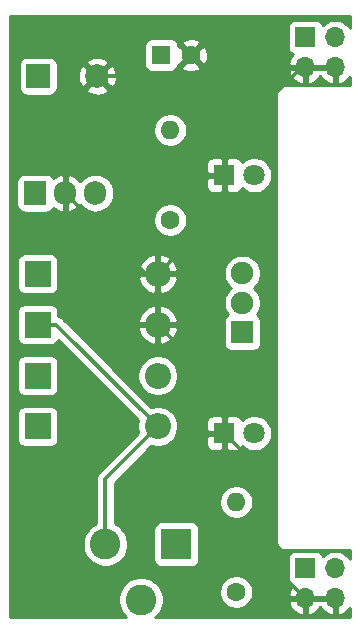
<source format=gbl>
%TF.GenerationSoftware,KiCad,Pcbnew,(5.1.6)-1*%
%TF.CreationDate,2020-06-18T13:16:41+05:30*%
%TF.ProjectId,breadboard powersupply,62726561-6462-46f6-9172-6420706f7765,V1*%
%TF.SameCoordinates,Original*%
%TF.FileFunction,Copper,L2,Bot*%
%TF.FilePolarity,Positive*%
%FSLAX46Y46*%
G04 Gerber Fmt 4.6, Leading zero omitted, Abs format (unit mm)*
G04 Created by KiCad (PCBNEW (5.1.6)-1) date 2020-06-18 13:16:41*
%MOMM*%
%LPD*%
G01*
G04 APERTURE LIST*
%TA.AperFunction,ComponentPad*%
%ADD10R,2.000000X2.000000*%
%TD*%
%TA.AperFunction,ComponentPad*%
%ADD11C,2.000000*%
%TD*%
%TA.AperFunction,ComponentPad*%
%ADD12R,1.600000X1.600000*%
%TD*%
%TA.AperFunction,ComponentPad*%
%ADD13C,1.600000*%
%TD*%
%TA.AperFunction,ComponentPad*%
%ADD14R,2.200000X2.200000*%
%TD*%
%TA.AperFunction,ComponentPad*%
%ADD15O,2.200000X2.200000*%
%TD*%
%TA.AperFunction,ComponentPad*%
%ADD16R,1.800000X1.800000*%
%TD*%
%TA.AperFunction,ComponentPad*%
%ADD17C,1.800000*%
%TD*%
%TA.AperFunction,ComponentPad*%
%ADD18R,2.600000X2.600000*%
%TD*%
%TA.AperFunction,ComponentPad*%
%ADD19C,2.600000*%
%TD*%
%TA.AperFunction,ComponentPad*%
%ADD20R,1.700000X1.700000*%
%TD*%
%TA.AperFunction,ComponentPad*%
%ADD21O,1.700000X1.700000*%
%TD*%
%TA.AperFunction,ComponentPad*%
%ADD22O,1.600000X1.600000*%
%TD*%
%TA.AperFunction,ComponentPad*%
%ADD23R,1.900000X1.900000*%
%TD*%
%TA.AperFunction,ComponentPad*%
%ADD24C,1.900000*%
%TD*%
%TA.AperFunction,ComponentPad*%
%ADD25R,1.905000X2.000000*%
%TD*%
%TA.AperFunction,ComponentPad*%
%ADD26O,1.905000X2.000000*%
%TD*%
%TA.AperFunction,Conductor*%
%ADD27C,0.300000*%
%TD*%
%TA.AperFunction,Conductor*%
%ADD28C,0.254000*%
%TD*%
G04 APERTURE END LIST*
D10*
%TO.P,C1,1*%
%TO.N,/Vin*%
X117348000Y-81280000D03*
D11*
%TO.P,C1,2*%
%TO.N,/GND*%
X122348000Y-81280000D03*
%TD*%
D12*
%TO.P,C2,1*%
%TO.N,/Vout1*%
X127762000Y-79502000D03*
D13*
%TO.P,C2,2*%
%TO.N,/GND*%
X130262000Y-79502000D03*
%TD*%
D14*
%TO.P,D1,1*%
%TO.N,/Vin*%
X117303001Y-106630001D03*
D15*
%TO.P,D1,2*%
%TO.N,Net-(D1-Pad2)*%
X127463001Y-106630001D03*
%TD*%
D14*
%TO.P,D2,1*%
%TO.N,Net-(D1-Pad2)*%
X117303001Y-98018001D03*
D15*
%TO.P,D2,2*%
%TO.N,/GND*%
X127463001Y-98018001D03*
%TD*%
%TO.P,D3,2*%
%TO.N,Net-(D3-Pad2)*%
X127463001Y-110936001D03*
D14*
%TO.P,D3,1*%
%TO.N,/Vin*%
X117303001Y-110936001D03*
%TD*%
D15*
%TO.P,D4,2*%
%TO.N,/GND*%
X127463001Y-102324001D03*
D14*
%TO.P,D4,1*%
%TO.N,Net-(D3-Pad2)*%
X117303001Y-102324001D03*
%TD*%
D16*
%TO.P,D5,1*%
%TO.N,/GND*%
X133096000Y-111506000D03*
D17*
%TO.P,D5,2*%
%TO.N,Net-(D5-Pad2)*%
X135636000Y-111506000D03*
%TD*%
%TO.P,D6,2*%
%TO.N,Net-(D6-Pad2)*%
X135636000Y-89662000D03*
D16*
%TO.P,D6,1*%
%TO.N,/GND*%
X133096000Y-89662000D03*
%TD*%
D18*
%TO.P,J1,1*%
%TO.N,Net-(D1-Pad2)*%
X129032000Y-120904000D03*
D19*
%TO.P,J1,2*%
%TO.N,Net-(D3-Pad2)*%
X123032000Y-120904000D03*
%TO.P,J1,3*%
%TO.N,Net-(J1-Pad3)*%
X126032000Y-125604000D03*
%TD*%
D20*
%TO.P,J2,1*%
%TO.N,/Vout2*%
X139954000Y-77978000D03*
D21*
%TO.P,J2,2*%
X142494000Y-77978000D03*
%TO.P,J2,3*%
%TO.N,/GND*%
X139954000Y-80518000D03*
%TO.P,J2,4*%
X142494000Y-80518000D03*
%TD*%
D20*
%TO.P,J3,1*%
%TO.N,/Vout2*%
X139954000Y-122936000D03*
D21*
%TO.P,J3,2*%
X142494000Y-122936000D03*
%TO.P,J3,3*%
%TO.N,/GND*%
X139954000Y-125476000D03*
%TO.P,J3,4*%
X142494000Y-125476000D03*
%TD*%
D13*
%TO.P,R1,1*%
%TO.N,Net-(D5-Pad2)*%
X134112000Y-124968000D03*
D22*
%TO.P,R1,2*%
%TO.N,/Vout1*%
X134112000Y-117348000D03*
%TD*%
%TO.P,R2,2*%
%TO.N,/Vout2*%
X128524000Y-85852000D03*
D13*
%TO.P,R2,1*%
%TO.N,Net-(D6-Pad2)*%
X128524000Y-93472000D03*
%TD*%
D23*
%TO.P,SW1,1*%
%TO.N,/Vout2*%
X134620000Y-102964000D03*
D24*
%TO.P,SW1,2*%
%TO.N,/Vout1*%
X134620000Y-100464000D03*
%TO.P,SW1,3*%
%TO.N,Net-(SW1-Pad3)*%
X134620000Y-97964000D03*
%TD*%
D25*
%TO.P,U1,1*%
%TO.N,/Vin*%
X117094000Y-91186000D03*
D26*
%TO.P,U1,2*%
%TO.N,/GND*%
X119634000Y-91186000D03*
%TO.P,U1,3*%
%TO.N,/Vout1*%
X122174000Y-91186000D03*
%TD*%
D27*
%TO.N,/GND*%
X142494000Y-125476000D02*
X139954000Y-125476000D01*
X139954000Y-125476000D02*
X137414000Y-122936000D01*
X137414000Y-115824000D02*
X133096000Y-111506000D01*
X137414000Y-122936000D02*
X137414000Y-115824000D01*
X133096000Y-107957000D02*
X127463001Y-102324001D01*
X133096000Y-111506000D02*
X133096000Y-107957000D01*
X127463001Y-102324001D02*
X127463001Y-98018001D01*
X133096000Y-92385002D02*
X133096000Y-89662000D01*
X127463001Y-98018001D02*
X133096000Y-92385002D01*
X139663235Y-80518000D02*
X139954000Y-80518000D01*
X133096000Y-87085235D02*
X139663235Y-80518000D01*
X133096000Y-89662000D02*
X133096000Y-87085235D01*
X139954000Y-80518000D02*
X142494000Y-80518000D01*
X133096000Y-82336000D02*
X130262000Y-79502000D01*
X133096000Y-89662000D02*
X133096000Y-82336000D01*
X127463001Y-98018001D02*
X127463001Y-95459001D01*
X126466001Y-98018001D02*
X119634000Y-91186000D01*
X127463001Y-98018001D02*
X126466001Y-98018001D01*
X119634000Y-83994000D02*
X122348000Y-81280000D01*
X119634000Y-91186000D02*
X119634000Y-83994000D01*
X128484000Y-81280000D02*
X130262000Y-79502000D01*
X122348000Y-81280000D02*
X128484000Y-81280000D01*
%TO.N,Net-(D3-Pad2)*%
X123032000Y-115367002D02*
X127463001Y-110936001D01*
X123032000Y-120904000D02*
X123032000Y-115367002D01*
X118851001Y-102324001D02*
X117303001Y-102324001D01*
X127463001Y-110936001D02*
X118851001Y-102324001D01*
%TD*%
D28*
%TO.N,/GND*%
G36*
X143739001Y-77168346D02*
G01*
X143647475Y-77031368D01*
X143440632Y-76824525D01*
X143197411Y-76662010D01*
X142927158Y-76550068D01*
X142640260Y-76493000D01*
X142347740Y-76493000D01*
X142060842Y-76550068D01*
X141790589Y-76662010D01*
X141547368Y-76824525D01*
X141415513Y-76956380D01*
X141393502Y-76883820D01*
X141334537Y-76773506D01*
X141255185Y-76676815D01*
X141158494Y-76597463D01*
X141048180Y-76538498D01*
X140928482Y-76502188D01*
X140804000Y-76489928D01*
X139104000Y-76489928D01*
X138979518Y-76502188D01*
X138859820Y-76538498D01*
X138749506Y-76597463D01*
X138652815Y-76676815D01*
X138573463Y-76773506D01*
X138514498Y-76883820D01*
X138478188Y-77003518D01*
X138465928Y-77128000D01*
X138465928Y-78828000D01*
X138478188Y-78952482D01*
X138514498Y-79072180D01*
X138573463Y-79182494D01*
X138652815Y-79279185D01*
X138749506Y-79358537D01*
X138859820Y-79417502D01*
X138940466Y-79441966D01*
X138856412Y-79517731D01*
X138682359Y-79751080D01*
X138557175Y-80013901D01*
X138512524Y-80161110D01*
X138633845Y-80391000D01*
X139827000Y-80391000D01*
X139827000Y-80371000D01*
X140081000Y-80371000D01*
X140081000Y-80391000D01*
X142367000Y-80391000D01*
X142367000Y-80371000D01*
X142621000Y-80371000D01*
X142621000Y-80391000D01*
X142641000Y-80391000D01*
X142641000Y-80645000D01*
X142621000Y-80645000D01*
X142621000Y-81838814D01*
X142850891Y-81959481D01*
X143125252Y-81862157D01*
X143375355Y-81713178D01*
X143591588Y-81518269D01*
X143739000Y-81320637D01*
X143739000Y-82017000D01*
X138208419Y-82017000D01*
X138176000Y-82013807D01*
X138143581Y-82017000D01*
X138046617Y-82026550D01*
X137922207Y-82064290D01*
X137807550Y-82125575D01*
X137707052Y-82208052D01*
X137624575Y-82308550D01*
X137563290Y-82423207D01*
X137525550Y-82547617D01*
X137512807Y-82677000D01*
X137516001Y-82709429D01*
X137516000Y-120744581D01*
X137512807Y-120777000D01*
X137525550Y-120906383D01*
X137563290Y-121030793D01*
X137624575Y-121145450D01*
X137707052Y-121245948D01*
X137807550Y-121328425D01*
X137922207Y-121389710D01*
X138046617Y-121427450D01*
X138176000Y-121440193D01*
X138208419Y-121437000D01*
X143739001Y-121437000D01*
X143739001Y-122126346D01*
X143647475Y-121989368D01*
X143440632Y-121782525D01*
X143197411Y-121620010D01*
X142927158Y-121508068D01*
X142640260Y-121451000D01*
X142347740Y-121451000D01*
X142060842Y-121508068D01*
X141790589Y-121620010D01*
X141547368Y-121782525D01*
X141415513Y-121914380D01*
X141393502Y-121841820D01*
X141334537Y-121731506D01*
X141255185Y-121634815D01*
X141158494Y-121555463D01*
X141048180Y-121496498D01*
X140928482Y-121460188D01*
X140804000Y-121447928D01*
X139104000Y-121447928D01*
X138979518Y-121460188D01*
X138859820Y-121496498D01*
X138749506Y-121555463D01*
X138652815Y-121634815D01*
X138573463Y-121731506D01*
X138514498Y-121841820D01*
X138478188Y-121961518D01*
X138465928Y-122086000D01*
X138465928Y-123786000D01*
X138478188Y-123910482D01*
X138514498Y-124030180D01*
X138573463Y-124140494D01*
X138652815Y-124237185D01*
X138749506Y-124316537D01*
X138859820Y-124375502D01*
X138940466Y-124399966D01*
X138856412Y-124475731D01*
X138682359Y-124709080D01*
X138557175Y-124971901D01*
X138512524Y-125119110D01*
X138633845Y-125349000D01*
X139827000Y-125349000D01*
X139827000Y-125329000D01*
X140081000Y-125329000D01*
X140081000Y-125349000D01*
X142367000Y-125349000D01*
X142367000Y-125329000D01*
X142621000Y-125329000D01*
X142621000Y-125349000D01*
X142641000Y-125349000D01*
X142641000Y-125603000D01*
X142621000Y-125603000D01*
X142621000Y-126796814D01*
X142850891Y-126917481D01*
X143125252Y-126820157D01*
X143375355Y-126671178D01*
X143591588Y-126476269D01*
X143739000Y-126278637D01*
X143739000Y-127102000D01*
X127270504Y-127102000D01*
X127535013Y-126837491D01*
X127746775Y-126520566D01*
X127892639Y-126168419D01*
X127967000Y-125794581D01*
X127967000Y-125413419D01*
X127892639Y-125039581D01*
X127804447Y-124826665D01*
X132677000Y-124826665D01*
X132677000Y-125109335D01*
X132732147Y-125386574D01*
X132840320Y-125647727D01*
X132997363Y-125882759D01*
X133197241Y-126082637D01*
X133432273Y-126239680D01*
X133693426Y-126347853D01*
X133970665Y-126403000D01*
X134253335Y-126403000D01*
X134530574Y-126347853D01*
X134791727Y-126239680D01*
X135026759Y-126082637D01*
X135226637Y-125882759D01*
X135259958Y-125832890D01*
X138512524Y-125832890D01*
X138557175Y-125980099D01*
X138682359Y-126242920D01*
X138856412Y-126476269D01*
X139072645Y-126671178D01*
X139322748Y-126820157D01*
X139597109Y-126917481D01*
X139827000Y-126796814D01*
X139827000Y-125603000D01*
X140081000Y-125603000D01*
X140081000Y-126796814D01*
X140310891Y-126917481D01*
X140585252Y-126820157D01*
X140835355Y-126671178D01*
X141051588Y-126476269D01*
X141224000Y-126245120D01*
X141396412Y-126476269D01*
X141612645Y-126671178D01*
X141862748Y-126820157D01*
X142137109Y-126917481D01*
X142367000Y-126796814D01*
X142367000Y-125603000D01*
X140081000Y-125603000D01*
X139827000Y-125603000D01*
X138633845Y-125603000D01*
X138512524Y-125832890D01*
X135259958Y-125832890D01*
X135383680Y-125647727D01*
X135491853Y-125386574D01*
X135547000Y-125109335D01*
X135547000Y-124826665D01*
X135491853Y-124549426D01*
X135383680Y-124288273D01*
X135226637Y-124053241D01*
X135026759Y-123853363D01*
X134791727Y-123696320D01*
X134530574Y-123588147D01*
X134253335Y-123533000D01*
X133970665Y-123533000D01*
X133693426Y-123588147D01*
X133432273Y-123696320D01*
X133197241Y-123853363D01*
X132997363Y-124053241D01*
X132840320Y-124288273D01*
X132732147Y-124549426D01*
X132677000Y-124826665D01*
X127804447Y-124826665D01*
X127746775Y-124687434D01*
X127535013Y-124370509D01*
X127265491Y-124100987D01*
X126948566Y-123889225D01*
X126596419Y-123743361D01*
X126222581Y-123669000D01*
X125841419Y-123669000D01*
X125467581Y-123743361D01*
X125115434Y-123889225D01*
X124798509Y-124100987D01*
X124528987Y-124370509D01*
X124317225Y-124687434D01*
X124171361Y-125039581D01*
X124097000Y-125413419D01*
X124097000Y-125794581D01*
X124171361Y-126168419D01*
X124317225Y-126520566D01*
X124528987Y-126837491D01*
X124793496Y-127102000D01*
X114960000Y-127102000D01*
X114960000Y-109836001D01*
X115564929Y-109836001D01*
X115564929Y-112036001D01*
X115577189Y-112160483D01*
X115613499Y-112280181D01*
X115672464Y-112390495D01*
X115751816Y-112487186D01*
X115848507Y-112566538D01*
X115958821Y-112625503D01*
X116078519Y-112661813D01*
X116203001Y-112674073D01*
X118403001Y-112674073D01*
X118527483Y-112661813D01*
X118647181Y-112625503D01*
X118757495Y-112566538D01*
X118854186Y-112487186D01*
X118933538Y-112390495D01*
X118992503Y-112280181D01*
X119028813Y-112160483D01*
X119041073Y-112036001D01*
X119041073Y-109836001D01*
X119028813Y-109711519D01*
X118992503Y-109591821D01*
X118933538Y-109481507D01*
X118854186Y-109384816D01*
X118757495Y-109305464D01*
X118647181Y-109246499D01*
X118527483Y-109210189D01*
X118403001Y-109197929D01*
X116203001Y-109197929D01*
X116078519Y-109210189D01*
X115958821Y-109246499D01*
X115848507Y-109305464D01*
X115751816Y-109384816D01*
X115672464Y-109481507D01*
X115613499Y-109591821D01*
X115577189Y-109711519D01*
X115564929Y-109836001D01*
X114960000Y-109836001D01*
X114960000Y-105530001D01*
X115564929Y-105530001D01*
X115564929Y-107730001D01*
X115577189Y-107854483D01*
X115613499Y-107974181D01*
X115672464Y-108084495D01*
X115751816Y-108181186D01*
X115848507Y-108260538D01*
X115958821Y-108319503D01*
X116078519Y-108355813D01*
X116203001Y-108368073D01*
X118403001Y-108368073D01*
X118527483Y-108355813D01*
X118647181Y-108319503D01*
X118757495Y-108260538D01*
X118854186Y-108181186D01*
X118933538Y-108084495D01*
X118992503Y-107974181D01*
X119028813Y-107854483D01*
X119041073Y-107730001D01*
X119041073Y-105530001D01*
X119028813Y-105405519D01*
X118992503Y-105285821D01*
X118933538Y-105175507D01*
X118854186Y-105078816D01*
X118757495Y-104999464D01*
X118647181Y-104940499D01*
X118527483Y-104904189D01*
X118403001Y-104891929D01*
X116203001Y-104891929D01*
X116078519Y-104904189D01*
X115958821Y-104940499D01*
X115848507Y-104999464D01*
X115751816Y-105078816D01*
X115672464Y-105175507D01*
X115613499Y-105285821D01*
X115577189Y-105405519D01*
X115564929Y-105530001D01*
X114960000Y-105530001D01*
X114960000Y-101224001D01*
X115564929Y-101224001D01*
X115564929Y-103424001D01*
X115577189Y-103548483D01*
X115613499Y-103668181D01*
X115672464Y-103778495D01*
X115751816Y-103875186D01*
X115848507Y-103954538D01*
X115958821Y-104013503D01*
X116078519Y-104049813D01*
X116203001Y-104062073D01*
X118403001Y-104062073D01*
X118527483Y-104049813D01*
X118647181Y-104013503D01*
X118757495Y-103954538D01*
X118854186Y-103875186D01*
X118933538Y-103778495D01*
X118992503Y-103668181D01*
X119014037Y-103597194D01*
X125809932Y-110393090D01*
X125794676Y-110429920D01*
X125728001Y-110765118D01*
X125728001Y-111106884D01*
X125794676Y-111442082D01*
X125809932Y-111478913D01*
X122504185Y-114784660D01*
X122474237Y-114809238D01*
X122449659Y-114839186D01*
X122449655Y-114839190D01*
X122416690Y-114879358D01*
X122376139Y-114928769D01*
X122337177Y-115001662D01*
X122303246Y-115065143D01*
X122258359Y-115213116D01*
X122243203Y-115367002D01*
X122247001Y-115405565D01*
X122247000Y-119134728D01*
X122115434Y-119189225D01*
X121798509Y-119400987D01*
X121528987Y-119670509D01*
X121317225Y-119987434D01*
X121171361Y-120339581D01*
X121097000Y-120713419D01*
X121097000Y-121094581D01*
X121171361Y-121468419D01*
X121317225Y-121820566D01*
X121528987Y-122137491D01*
X121798509Y-122407013D01*
X122115434Y-122618775D01*
X122467581Y-122764639D01*
X122841419Y-122839000D01*
X123222581Y-122839000D01*
X123596419Y-122764639D01*
X123948566Y-122618775D01*
X124265491Y-122407013D01*
X124535013Y-122137491D01*
X124746775Y-121820566D01*
X124892639Y-121468419D01*
X124967000Y-121094581D01*
X124967000Y-120713419D01*
X124892639Y-120339581D01*
X124746775Y-119987434D01*
X124535013Y-119670509D01*
X124468504Y-119604000D01*
X127093928Y-119604000D01*
X127093928Y-122204000D01*
X127106188Y-122328482D01*
X127142498Y-122448180D01*
X127201463Y-122558494D01*
X127280815Y-122655185D01*
X127377506Y-122734537D01*
X127487820Y-122793502D01*
X127607518Y-122829812D01*
X127732000Y-122842072D01*
X130332000Y-122842072D01*
X130456482Y-122829812D01*
X130576180Y-122793502D01*
X130686494Y-122734537D01*
X130783185Y-122655185D01*
X130862537Y-122558494D01*
X130921502Y-122448180D01*
X130957812Y-122328482D01*
X130970072Y-122204000D01*
X130970072Y-119604000D01*
X130957812Y-119479518D01*
X130921502Y-119359820D01*
X130862537Y-119249506D01*
X130783185Y-119152815D01*
X130686494Y-119073463D01*
X130576180Y-119014498D01*
X130456482Y-118978188D01*
X130332000Y-118965928D01*
X127732000Y-118965928D01*
X127607518Y-118978188D01*
X127487820Y-119014498D01*
X127377506Y-119073463D01*
X127280815Y-119152815D01*
X127201463Y-119249506D01*
X127142498Y-119359820D01*
X127106188Y-119479518D01*
X127093928Y-119604000D01*
X124468504Y-119604000D01*
X124265491Y-119400987D01*
X123948566Y-119189225D01*
X123817000Y-119134729D01*
X123817000Y-117206665D01*
X132677000Y-117206665D01*
X132677000Y-117489335D01*
X132732147Y-117766574D01*
X132840320Y-118027727D01*
X132997363Y-118262759D01*
X133197241Y-118462637D01*
X133432273Y-118619680D01*
X133693426Y-118727853D01*
X133970665Y-118783000D01*
X134253335Y-118783000D01*
X134530574Y-118727853D01*
X134791727Y-118619680D01*
X135026759Y-118462637D01*
X135226637Y-118262759D01*
X135383680Y-118027727D01*
X135491853Y-117766574D01*
X135547000Y-117489335D01*
X135547000Y-117206665D01*
X135491853Y-116929426D01*
X135383680Y-116668273D01*
X135226637Y-116433241D01*
X135026759Y-116233363D01*
X134791727Y-116076320D01*
X134530574Y-115968147D01*
X134253335Y-115913000D01*
X133970665Y-115913000D01*
X133693426Y-115968147D01*
X133432273Y-116076320D01*
X133197241Y-116233363D01*
X132997363Y-116433241D01*
X132840320Y-116668273D01*
X132732147Y-116929426D01*
X132677000Y-117206665D01*
X123817000Y-117206665D01*
X123817000Y-115692159D01*
X126920089Y-112589070D01*
X126956920Y-112604326D01*
X127292118Y-112671001D01*
X127633884Y-112671001D01*
X127969082Y-112604326D01*
X128284832Y-112473538D01*
X128385909Y-112406000D01*
X131557928Y-112406000D01*
X131570188Y-112530482D01*
X131606498Y-112650180D01*
X131665463Y-112760494D01*
X131744815Y-112857185D01*
X131841506Y-112936537D01*
X131951820Y-112995502D01*
X132071518Y-113031812D01*
X132196000Y-113044072D01*
X132810250Y-113041000D01*
X132969000Y-112882250D01*
X132969000Y-111633000D01*
X131719750Y-111633000D01*
X131561000Y-111791750D01*
X131557928Y-112406000D01*
X128385909Y-112406000D01*
X128568999Y-112283664D01*
X128810664Y-112041999D01*
X129000538Y-111757832D01*
X129131326Y-111442082D01*
X129198001Y-111106884D01*
X129198001Y-110765118D01*
X129166351Y-110606000D01*
X131557928Y-110606000D01*
X131561000Y-111220250D01*
X131719750Y-111379000D01*
X132969000Y-111379000D01*
X132969000Y-110129750D01*
X133223000Y-110129750D01*
X133223000Y-111379000D01*
X133243000Y-111379000D01*
X133243000Y-111633000D01*
X133223000Y-111633000D01*
X133223000Y-112882250D01*
X133381750Y-113041000D01*
X133996000Y-113044072D01*
X134120482Y-113031812D01*
X134240180Y-112995502D01*
X134350494Y-112936537D01*
X134447185Y-112857185D01*
X134526537Y-112760494D01*
X134585502Y-112650180D01*
X134591056Y-112631873D01*
X134657495Y-112698312D01*
X134908905Y-112866299D01*
X135188257Y-112982011D01*
X135484816Y-113041000D01*
X135787184Y-113041000D01*
X136083743Y-112982011D01*
X136363095Y-112866299D01*
X136614505Y-112698312D01*
X136828312Y-112484505D01*
X136996299Y-112233095D01*
X137112011Y-111953743D01*
X137171000Y-111657184D01*
X137171000Y-111354816D01*
X137112011Y-111058257D01*
X136996299Y-110778905D01*
X136828312Y-110527495D01*
X136614505Y-110313688D01*
X136363095Y-110145701D01*
X136083743Y-110029989D01*
X135787184Y-109971000D01*
X135484816Y-109971000D01*
X135188257Y-110029989D01*
X134908905Y-110145701D01*
X134657495Y-110313688D01*
X134591056Y-110380127D01*
X134585502Y-110361820D01*
X134526537Y-110251506D01*
X134447185Y-110154815D01*
X134350494Y-110075463D01*
X134240180Y-110016498D01*
X134120482Y-109980188D01*
X133996000Y-109967928D01*
X133381750Y-109971000D01*
X133223000Y-110129750D01*
X132969000Y-110129750D01*
X132810250Y-109971000D01*
X132196000Y-109967928D01*
X132071518Y-109980188D01*
X131951820Y-110016498D01*
X131841506Y-110075463D01*
X131744815Y-110154815D01*
X131665463Y-110251506D01*
X131606498Y-110361820D01*
X131570188Y-110481518D01*
X131557928Y-110606000D01*
X129166351Y-110606000D01*
X129131326Y-110429920D01*
X129000538Y-110114170D01*
X128810664Y-109830003D01*
X128568999Y-109588338D01*
X128284832Y-109398464D01*
X127969082Y-109267676D01*
X127633884Y-109201001D01*
X127292118Y-109201001D01*
X126956920Y-109267676D01*
X126920090Y-109282932D01*
X124096276Y-106459118D01*
X125728001Y-106459118D01*
X125728001Y-106800884D01*
X125794676Y-107136082D01*
X125925464Y-107451832D01*
X126115338Y-107735999D01*
X126357003Y-107977664D01*
X126641170Y-108167538D01*
X126956920Y-108298326D01*
X127292118Y-108365001D01*
X127633884Y-108365001D01*
X127969082Y-108298326D01*
X128284832Y-108167538D01*
X128568999Y-107977664D01*
X128810664Y-107735999D01*
X129000538Y-107451832D01*
X129131326Y-107136082D01*
X129198001Y-106800884D01*
X129198001Y-106459118D01*
X129131326Y-106123920D01*
X129000538Y-105808170D01*
X128810664Y-105524003D01*
X128568999Y-105282338D01*
X128284832Y-105092464D01*
X127969082Y-104961676D01*
X127633884Y-104895001D01*
X127292118Y-104895001D01*
X126956920Y-104961676D01*
X126641170Y-105092464D01*
X126357003Y-105282338D01*
X126115338Y-105524003D01*
X125925464Y-105808170D01*
X125794676Y-106123920D01*
X125728001Y-106459118D01*
X124096276Y-106459118D01*
X120357281Y-102720123D01*
X125773826Y-102720123D01*
X125838426Y-102933095D01*
X125988470Y-103238330D01*
X126195179Y-103508428D01*
X126450610Y-103733009D01*
X126744947Y-103903443D01*
X127066878Y-104013180D01*
X127336001Y-103895601D01*
X127336001Y-102451001D01*
X127590001Y-102451001D01*
X127590001Y-103895601D01*
X127859124Y-104013180D01*
X128181055Y-103903443D01*
X128475392Y-103733009D01*
X128730823Y-103508428D01*
X128937532Y-103238330D01*
X129087576Y-102933095D01*
X129152176Y-102720123D01*
X129034126Y-102451001D01*
X127590001Y-102451001D01*
X127336001Y-102451001D01*
X125891876Y-102451001D01*
X125773826Y-102720123D01*
X120357281Y-102720123D01*
X119565037Y-101927879D01*
X125773826Y-101927879D01*
X125891876Y-102197001D01*
X127336001Y-102197001D01*
X127336001Y-100752401D01*
X127590001Y-100752401D01*
X127590001Y-102197001D01*
X129034126Y-102197001D01*
X129114399Y-102014000D01*
X133031928Y-102014000D01*
X133031928Y-103914000D01*
X133044188Y-104038482D01*
X133080498Y-104158180D01*
X133139463Y-104268494D01*
X133218815Y-104365185D01*
X133315506Y-104444537D01*
X133425820Y-104503502D01*
X133545518Y-104539812D01*
X133670000Y-104552072D01*
X135570000Y-104552072D01*
X135694482Y-104539812D01*
X135814180Y-104503502D01*
X135924494Y-104444537D01*
X136021185Y-104365185D01*
X136100537Y-104268494D01*
X136159502Y-104158180D01*
X136195812Y-104038482D01*
X136208072Y-103914000D01*
X136208072Y-102014000D01*
X136195812Y-101889518D01*
X136159502Y-101769820D01*
X136100537Y-101659506D01*
X136021185Y-101562815D01*
X135924494Y-101483463D01*
X135865979Y-101452186D01*
X136024609Y-101214779D01*
X136144089Y-100926327D01*
X136205000Y-100620109D01*
X136205000Y-100307891D01*
X136144089Y-100001673D01*
X136024609Y-99713221D01*
X135851150Y-99453621D01*
X135630379Y-99232850D01*
X135602168Y-99214000D01*
X135630379Y-99195150D01*
X135851150Y-98974379D01*
X136024609Y-98714779D01*
X136144089Y-98426327D01*
X136205000Y-98120109D01*
X136205000Y-97807891D01*
X136144089Y-97501673D01*
X136024609Y-97213221D01*
X135851150Y-96953621D01*
X135630379Y-96732850D01*
X135370779Y-96559391D01*
X135082327Y-96439911D01*
X134776109Y-96379000D01*
X134463891Y-96379000D01*
X134157673Y-96439911D01*
X133869221Y-96559391D01*
X133609621Y-96732850D01*
X133388850Y-96953621D01*
X133215391Y-97213221D01*
X133095911Y-97501673D01*
X133035000Y-97807891D01*
X133035000Y-98120109D01*
X133095911Y-98426327D01*
X133215391Y-98714779D01*
X133388850Y-98974379D01*
X133609621Y-99195150D01*
X133637832Y-99214000D01*
X133609621Y-99232850D01*
X133388850Y-99453621D01*
X133215391Y-99713221D01*
X133095911Y-100001673D01*
X133035000Y-100307891D01*
X133035000Y-100620109D01*
X133095911Y-100926327D01*
X133215391Y-101214779D01*
X133374021Y-101452186D01*
X133315506Y-101483463D01*
X133218815Y-101562815D01*
X133139463Y-101659506D01*
X133080498Y-101769820D01*
X133044188Y-101889518D01*
X133031928Y-102014000D01*
X129114399Y-102014000D01*
X129152176Y-101927879D01*
X129087576Y-101714907D01*
X128937532Y-101409672D01*
X128730823Y-101139574D01*
X128475392Y-100914993D01*
X128181055Y-100744559D01*
X127859124Y-100634822D01*
X127590001Y-100752401D01*
X127336001Y-100752401D01*
X127066878Y-100634822D01*
X126744947Y-100744559D01*
X126450610Y-100914993D01*
X126195179Y-101139574D01*
X125988470Y-101409672D01*
X125838426Y-101714907D01*
X125773826Y-101927879D01*
X119565037Y-101927879D01*
X119433348Y-101796191D01*
X119408765Y-101766237D01*
X119289234Y-101668139D01*
X119152861Y-101595247D01*
X119041073Y-101561337D01*
X119041073Y-101224001D01*
X119028813Y-101099519D01*
X118992503Y-100979821D01*
X118933538Y-100869507D01*
X118854186Y-100772816D01*
X118757495Y-100693464D01*
X118647181Y-100634499D01*
X118527483Y-100598189D01*
X118403001Y-100585929D01*
X116203001Y-100585929D01*
X116078519Y-100598189D01*
X115958821Y-100634499D01*
X115848507Y-100693464D01*
X115751816Y-100772816D01*
X115672464Y-100869507D01*
X115613499Y-100979821D01*
X115577189Y-101099519D01*
X115564929Y-101224001D01*
X114960000Y-101224001D01*
X114960000Y-96918001D01*
X115564929Y-96918001D01*
X115564929Y-99118001D01*
X115577189Y-99242483D01*
X115613499Y-99362181D01*
X115672464Y-99472495D01*
X115751816Y-99569186D01*
X115848507Y-99648538D01*
X115958821Y-99707503D01*
X116078519Y-99743813D01*
X116203001Y-99756073D01*
X118403001Y-99756073D01*
X118527483Y-99743813D01*
X118647181Y-99707503D01*
X118757495Y-99648538D01*
X118854186Y-99569186D01*
X118933538Y-99472495D01*
X118992503Y-99362181D01*
X119028813Y-99242483D01*
X119041073Y-99118001D01*
X119041073Y-98414123D01*
X125773826Y-98414123D01*
X125838426Y-98627095D01*
X125988470Y-98932330D01*
X126195179Y-99202428D01*
X126450610Y-99427009D01*
X126744947Y-99597443D01*
X127066878Y-99707180D01*
X127336001Y-99589601D01*
X127336001Y-98145001D01*
X127590001Y-98145001D01*
X127590001Y-99589601D01*
X127859124Y-99707180D01*
X128181055Y-99597443D01*
X128475392Y-99427009D01*
X128730823Y-99202428D01*
X128937532Y-98932330D01*
X129087576Y-98627095D01*
X129152176Y-98414123D01*
X129034126Y-98145001D01*
X127590001Y-98145001D01*
X127336001Y-98145001D01*
X125891876Y-98145001D01*
X125773826Y-98414123D01*
X119041073Y-98414123D01*
X119041073Y-97621879D01*
X125773826Y-97621879D01*
X125891876Y-97891001D01*
X127336001Y-97891001D01*
X127336001Y-96446401D01*
X127590001Y-96446401D01*
X127590001Y-97891001D01*
X129034126Y-97891001D01*
X129152176Y-97621879D01*
X129087576Y-97408907D01*
X128937532Y-97103672D01*
X128730823Y-96833574D01*
X128475392Y-96608993D01*
X128181055Y-96438559D01*
X127859124Y-96328822D01*
X127590001Y-96446401D01*
X127336001Y-96446401D01*
X127066878Y-96328822D01*
X126744947Y-96438559D01*
X126450610Y-96608993D01*
X126195179Y-96833574D01*
X125988470Y-97103672D01*
X125838426Y-97408907D01*
X125773826Y-97621879D01*
X119041073Y-97621879D01*
X119041073Y-96918001D01*
X119028813Y-96793519D01*
X118992503Y-96673821D01*
X118933538Y-96563507D01*
X118854186Y-96466816D01*
X118757495Y-96387464D01*
X118647181Y-96328499D01*
X118527483Y-96292189D01*
X118403001Y-96279929D01*
X116203001Y-96279929D01*
X116078519Y-96292189D01*
X115958821Y-96328499D01*
X115848507Y-96387464D01*
X115751816Y-96466816D01*
X115672464Y-96563507D01*
X115613499Y-96673821D01*
X115577189Y-96793519D01*
X115564929Y-96918001D01*
X114960000Y-96918001D01*
X114960000Y-93330665D01*
X127089000Y-93330665D01*
X127089000Y-93613335D01*
X127144147Y-93890574D01*
X127252320Y-94151727D01*
X127409363Y-94386759D01*
X127609241Y-94586637D01*
X127844273Y-94743680D01*
X128105426Y-94851853D01*
X128382665Y-94907000D01*
X128665335Y-94907000D01*
X128942574Y-94851853D01*
X129203727Y-94743680D01*
X129438759Y-94586637D01*
X129638637Y-94386759D01*
X129795680Y-94151727D01*
X129903853Y-93890574D01*
X129959000Y-93613335D01*
X129959000Y-93330665D01*
X129903853Y-93053426D01*
X129795680Y-92792273D01*
X129638637Y-92557241D01*
X129438759Y-92357363D01*
X129203727Y-92200320D01*
X128942574Y-92092147D01*
X128665335Y-92037000D01*
X128382665Y-92037000D01*
X128105426Y-92092147D01*
X127844273Y-92200320D01*
X127609241Y-92357363D01*
X127409363Y-92557241D01*
X127252320Y-92792273D01*
X127144147Y-93053426D01*
X127089000Y-93330665D01*
X114960000Y-93330665D01*
X114960000Y-90186000D01*
X115503428Y-90186000D01*
X115503428Y-92186000D01*
X115515688Y-92310482D01*
X115551998Y-92430180D01*
X115610963Y-92540494D01*
X115690315Y-92637185D01*
X115787006Y-92716537D01*
X115897320Y-92775502D01*
X116017018Y-92811812D01*
X116141500Y-92824072D01*
X118046500Y-92824072D01*
X118170982Y-92811812D01*
X118290680Y-92775502D01*
X118400994Y-92716537D01*
X118497685Y-92637185D01*
X118577037Y-92540494D01*
X118626059Y-92448781D01*
X118767077Y-92561969D01*
X119042906Y-92705571D01*
X119261020Y-92776563D01*
X119507000Y-92656594D01*
X119507000Y-91313000D01*
X119487000Y-91313000D01*
X119487000Y-91059000D01*
X119507000Y-91059000D01*
X119507000Y-89715406D01*
X119761000Y-89715406D01*
X119761000Y-91059000D01*
X119781000Y-91059000D01*
X119781000Y-91313000D01*
X119761000Y-91313000D01*
X119761000Y-92656594D01*
X120006980Y-92776563D01*
X120225094Y-92705571D01*
X120500923Y-92561969D01*
X120743437Y-92367315D01*
X120898837Y-92182101D01*
X121046037Y-92361463D01*
X121287766Y-92559845D01*
X121563552Y-92707255D01*
X121862797Y-92798030D01*
X122174000Y-92828681D01*
X122485204Y-92798030D01*
X122784449Y-92707255D01*
X123060235Y-92559845D01*
X123301963Y-92361463D01*
X123500345Y-92119734D01*
X123647755Y-91843948D01*
X123738530Y-91544703D01*
X123761500Y-91311485D01*
X123761500Y-91060514D01*
X123738530Y-90827296D01*
X123658054Y-90562000D01*
X131557928Y-90562000D01*
X131570188Y-90686482D01*
X131606498Y-90806180D01*
X131665463Y-90916494D01*
X131744815Y-91013185D01*
X131841506Y-91092537D01*
X131951820Y-91151502D01*
X132071518Y-91187812D01*
X132196000Y-91200072D01*
X132810250Y-91197000D01*
X132969000Y-91038250D01*
X132969000Y-89789000D01*
X131719750Y-89789000D01*
X131561000Y-89947750D01*
X131557928Y-90562000D01*
X123658054Y-90562000D01*
X123647755Y-90528051D01*
X123500345Y-90252265D01*
X123301963Y-90010537D01*
X123060234Y-89812155D01*
X122784448Y-89664745D01*
X122485203Y-89573970D01*
X122174000Y-89543319D01*
X121862796Y-89573970D01*
X121563551Y-89664745D01*
X121287765Y-89812155D01*
X121046037Y-90010537D01*
X120898838Y-90189900D01*
X120743437Y-90004685D01*
X120500923Y-89810031D01*
X120225094Y-89666429D01*
X120006980Y-89595437D01*
X119761000Y-89715406D01*
X119507000Y-89715406D01*
X119261020Y-89595437D01*
X119042906Y-89666429D01*
X118767077Y-89810031D01*
X118626059Y-89923219D01*
X118577037Y-89831506D01*
X118497685Y-89734815D01*
X118400994Y-89655463D01*
X118290680Y-89596498D01*
X118170982Y-89560188D01*
X118046500Y-89547928D01*
X116141500Y-89547928D01*
X116017018Y-89560188D01*
X115897320Y-89596498D01*
X115787006Y-89655463D01*
X115690315Y-89734815D01*
X115610963Y-89831506D01*
X115551998Y-89941820D01*
X115515688Y-90061518D01*
X115503428Y-90186000D01*
X114960000Y-90186000D01*
X114960000Y-88762000D01*
X131557928Y-88762000D01*
X131561000Y-89376250D01*
X131719750Y-89535000D01*
X132969000Y-89535000D01*
X132969000Y-88285750D01*
X133223000Y-88285750D01*
X133223000Y-89535000D01*
X133243000Y-89535000D01*
X133243000Y-89789000D01*
X133223000Y-89789000D01*
X133223000Y-91038250D01*
X133381750Y-91197000D01*
X133996000Y-91200072D01*
X134120482Y-91187812D01*
X134240180Y-91151502D01*
X134350494Y-91092537D01*
X134447185Y-91013185D01*
X134526537Y-90916494D01*
X134585502Y-90806180D01*
X134591056Y-90787873D01*
X134657495Y-90854312D01*
X134908905Y-91022299D01*
X135188257Y-91138011D01*
X135484816Y-91197000D01*
X135787184Y-91197000D01*
X136083743Y-91138011D01*
X136363095Y-91022299D01*
X136614505Y-90854312D01*
X136828312Y-90640505D01*
X136996299Y-90389095D01*
X137112011Y-90109743D01*
X137171000Y-89813184D01*
X137171000Y-89510816D01*
X137112011Y-89214257D01*
X136996299Y-88934905D01*
X136828312Y-88683495D01*
X136614505Y-88469688D01*
X136363095Y-88301701D01*
X136083743Y-88185989D01*
X135787184Y-88127000D01*
X135484816Y-88127000D01*
X135188257Y-88185989D01*
X134908905Y-88301701D01*
X134657495Y-88469688D01*
X134591056Y-88536127D01*
X134585502Y-88517820D01*
X134526537Y-88407506D01*
X134447185Y-88310815D01*
X134350494Y-88231463D01*
X134240180Y-88172498D01*
X134120482Y-88136188D01*
X133996000Y-88123928D01*
X133381750Y-88127000D01*
X133223000Y-88285750D01*
X132969000Y-88285750D01*
X132810250Y-88127000D01*
X132196000Y-88123928D01*
X132071518Y-88136188D01*
X131951820Y-88172498D01*
X131841506Y-88231463D01*
X131744815Y-88310815D01*
X131665463Y-88407506D01*
X131606498Y-88517820D01*
X131570188Y-88637518D01*
X131557928Y-88762000D01*
X114960000Y-88762000D01*
X114960000Y-85710665D01*
X127089000Y-85710665D01*
X127089000Y-85993335D01*
X127144147Y-86270574D01*
X127252320Y-86531727D01*
X127409363Y-86766759D01*
X127609241Y-86966637D01*
X127844273Y-87123680D01*
X128105426Y-87231853D01*
X128382665Y-87287000D01*
X128665335Y-87287000D01*
X128942574Y-87231853D01*
X129203727Y-87123680D01*
X129438759Y-86966637D01*
X129638637Y-86766759D01*
X129795680Y-86531727D01*
X129903853Y-86270574D01*
X129959000Y-85993335D01*
X129959000Y-85710665D01*
X129903853Y-85433426D01*
X129795680Y-85172273D01*
X129638637Y-84937241D01*
X129438759Y-84737363D01*
X129203727Y-84580320D01*
X128942574Y-84472147D01*
X128665335Y-84417000D01*
X128382665Y-84417000D01*
X128105426Y-84472147D01*
X127844273Y-84580320D01*
X127609241Y-84737363D01*
X127409363Y-84937241D01*
X127252320Y-85172273D01*
X127144147Y-85433426D01*
X127089000Y-85710665D01*
X114960000Y-85710665D01*
X114960000Y-80280000D01*
X115709928Y-80280000D01*
X115709928Y-82280000D01*
X115722188Y-82404482D01*
X115758498Y-82524180D01*
X115817463Y-82634494D01*
X115896815Y-82731185D01*
X115993506Y-82810537D01*
X116103820Y-82869502D01*
X116223518Y-82905812D01*
X116348000Y-82918072D01*
X118348000Y-82918072D01*
X118472482Y-82905812D01*
X118592180Y-82869502D01*
X118702494Y-82810537D01*
X118799185Y-82731185D01*
X118878537Y-82634494D01*
X118937502Y-82524180D01*
X118970496Y-82415413D01*
X121392192Y-82415413D01*
X121487956Y-82679814D01*
X121777571Y-82820704D01*
X122089108Y-82902384D01*
X122410595Y-82921718D01*
X122729675Y-82877961D01*
X123034088Y-82772795D01*
X123208044Y-82679814D01*
X123303808Y-82415413D01*
X122348000Y-81459605D01*
X121392192Y-82415413D01*
X118970496Y-82415413D01*
X118973812Y-82404482D01*
X118986072Y-82280000D01*
X118986072Y-81342595D01*
X120706282Y-81342595D01*
X120750039Y-81661675D01*
X120855205Y-81966088D01*
X120948186Y-82140044D01*
X121212587Y-82235808D01*
X122168395Y-81280000D01*
X122527605Y-81280000D01*
X123483413Y-82235808D01*
X123747814Y-82140044D01*
X123888704Y-81850429D01*
X123970384Y-81538892D01*
X123989718Y-81217405D01*
X123945961Y-80898325D01*
X123840795Y-80593912D01*
X123747814Y-80419956D01*
X123483413Y-80324192D01*
X122527605Y-81280000D01*
X122168395Y-81280000D01*
X121212587Y-80324192D01*
X120948186Y-80419956D01*
X120807296Y-80709571D01*
X120725616Y-81021108D01*
X120706282Y-81342595D01*
X118986072Y-81342595D01*
X118986072Y-80280000D01*
X118973812Y-80155518D01*
X118970497Y-80144587D01*
X121392192Y-80144587D01*
X122348000Y-81100395D01*
X123303808Y-80144587D01*
X123208044Y-79880186D01*
X122918429Y-79739296D01*
X122606892Y-79657616D01*
X122285405Y-79638282D01*
X121966325Y-79682039D01*
X121661912Y-79787205D01*
X121487956Y-79880186D01*
X121392192Y-80144587D01*
X118970497Y-80144587D01*
X118937502Y-80035820D01*
X118878537Y-79925506D01*
X118799185Y-79828815D01*
X118702494Y-79749463D01*
X118592180Y-79690498D01*
X118472482Y-79654188D01*
X118348000Y-79641928D01*
X116348000Y-79641928D01*
X116223518Y-79654188D01*
X116103820Y-79690498D01*
X115993506Y-79749463D01*
X115896815Y-79828815D01*
X115817463Y-79925506D01*
X115758498Y-80035820D01*
X115722188Y-80155518D01*
X115709928Y-80280000D01*
X114960000Y-80280000D01*
X114960000Y-78702000D01*
X126323928Y-78702000D01*
X126323928Y-80302000D01*
X126336188Y-80426482D01*
X126372498Y-80546180D01*
X126431463Y-80656494D01*
X126510815Y-80753185D01*
X126607506Y-80832537D01*
X126717820Y-80891502D01*
X126837518Y-80927812D01*
X126962000Y-80940072D01*
X128562000Y-80940072D01*
X128686482Y-80927812D01*
X128806180Y-80891502D01*
X128916494Y-80832537D01*
X129013185Y-80753185D01*
X129092537Y-80656494D01*
X129151502Y-80546180D01*
X129167117Y-80494702D01*
X129448903Y-80494702D01*
X129520486Y-80738671D01*
X129775996Y-80859571D01*
X130050184Y-80928300D01*
X130332512Y-80942217D01*
X130612130Y-80900787D01*
X130684545Y-80874890D01*
X138512524Y-80874890D01*
X138557175Y-81022099D01*
X138682359Y-81284920D01*
X138856412Y-81518269D01*
X139072645Y-81713178D01*
X139322748Y-81862157D01*
X139597109Y-81959481D01*
X139827000Y-81838814D01*
X139827000Y-80645000D01*
X140081000Y-80645000D01*
X140081000Y-81838814D01*
X140310891Y-81959481D01*
X140585252Y-81862157D01*
X140835355Y-81713178D01*
X141051588Y-81518269D01*
X141224000Y-81287120D01*
X141396412Y-81518269D01*
X141612645Y-81713178D01*
X141862748Y-81862157D01*
X142137109Y-81959481D01*
X142367000Y-81838814D01*
X142367000Y-80645000D01*
X140081000Y-80645000D01*
X139827000Y-80645000D01*
X138633845Y-80645000D01*
X138512524Y-80874890D01*
X130684545Y-80874890D01*
X130878292Y-80805603D01*
X131003514Y-80738671D01*
X131075097Y-80494702D01*
X130262000Y-79681605D01*
X129448903Y-80494702D01*
X129167117Y-80494702D01*
X129187812Y-80426482D01*
X129200072Y-80302000D01*
X129200072Y-80294785D01*
X129269298Y-80315097D01*
X130082395Y-79502000D01*
X130441605Y-79502000D01*
X131254702Y-80315097D01*
X131498671Y-80243514D01*
X131619571Y-79988004D01*
X131688300Y-79713816D01*
X131702217Y-79431488D01*
X131660787Y-79151870D01*
X131565603Y-78885708D01*
X131498671Y-78760486D01*
X131254702Y-78688903D01*
X130441605Y-79502000D01*
X130082395Y-79502000D01*
X129269298Y-78688903D01*
X129200072Y-78709215D01*
X129200072Y-78702000D01*
X129187812Y-78577518D01*
X129167118Y-78509298D01*
X129448903Y-78509298D01*
X130262000Y-79322395D01*
X131075097Y-78509298D01*
X131003514Y-78265329D01*
X130748004Y-78144429D01*
X130473816Y-78075700D01*
X130191488Y-78061783D01*
X129911870Y-78103213D01*
X129645708Y-78198397D01*
X129520486Y-78265329D01*
X129448903Y-78509298D01*
X129167118Y-78509298D01*
X129151502Y-78457820D01*
X129092537Y-78347506D01*
X129013185Y-78250815D01*
X128916494Y-78171463D01*
X128806180Y-78112498D01*
X128686482Y-78076188D01*
X128562000Y-78063928D01*
X126962000Y-78063928D01*
X126837518Y-78076188D01*
X126717820Y-78112498D01*
X126607506Y-78171463D01*
X126510815Y-78250815D01*
X126431463Y-78347506D01*
X126372498Y-78457820D01*
X126336188Y-78577518D01*
X126323928Y-78702000D01*
X114960000Y-78702000D01*
X114960000Y-76225000D01*
X143739001Y-76225000D01*
X143739001Y-77168346D01*
G37*
X143739001Y-77168346D02*
X143647475Y-77031368D01*
X143440632Y-76824525D01*
X143197411Y-76662010D01*
X142927158Y-76550068D01*
X142640260Y-76493000D01*
X142347740Y-76493000D01*
X142060842Y-76550068D01*
X141790589Y-76662010D01*
X141547368Y-76824525D01*
X141415513Y-76956380D01*
X141393502Y-76883820D01*
X141334537Y-76773506D01*
X141255185Y-76676815D01*
X141158494Y-76597463D01*
X141048180Y-76538498D01*
X140928482Y-76502188D01*
X140804000Y-76489928D01*
X139104000Y-76489928D01*
X138979518Y-76502188D01*
X138859820Y-76538498D01*
X138749506Y-76597463D01*
X138652815Y-76676815D01*
X138573463Y-76773506D01*
X138514498Y-76883820D01*
X138478188Y-77003518D01*
X138465928Y-77128000D01*
X138465928Y-78828000D01*
X138478188Y-78952482D01*
X138514498Y-79072180D01*
X138573463Y-79182494D01*
X138652815Y-79279185D01*
X138749506Y-79358537D01*
X138859820Y-79417502D01*
X138940466Y-79441966D01*
X138856412Y-79517731D01*
X138682359Y-79751080D01*
X138557175Y-80013901D01*
X138512524Y-80161110D01*
X138633845Y-80391000D01*
X139827000Y-80391000D01*
X139827000Y-80371000D01*
X140081000Y-80371000D01*
X140081000Y-80391000D01*
X142367000Y-80391000D01*
X142367000Y-80371000D01*
X142621000Y-80371000D01*
X142621000Y-80391000D01*
X142641000Y-80391000D01*
X142641000Y-80645000D01*
X142621000Y-80645000D01*
X142621000Y-81838814D01*
X142850891Y-81959481D01*
X143125252Y-81862157D01*
X143375355Y-81713178D01*
X143591588Y-81518269D01*
X143739000Y-81320637D01*
X143739000Y-82017000D01*
X138208419Y-82017000D01*
X138176000Y-82013807D01*
X138143581Y-82017000D01*
X138046617Y-82026550D01*
X137922207Y-82064290D01*
X137807550Y-82125575D01*
X137707052Y-82208052D01*
X137624575Y-82308550D01*
X137563290Y-82423207D01*
X137525550Y-82547617D01*
X137512807Y-82677000D01*
X137516001Y-82709429D01*
X137516000Y-120744581D01*
X137512807Y-120777000D01*
X137525550Y-120906383D01*
X137563290Y-121030793D01*
X137624575Y-121145450D01*
X137707052Y-121245948D01*
X137807550Y-121328425D01*
X137922207Y-121389710D01*
X138046617Y-121427450D01*
X138176000Y-121440193D01*
X138208419Y-121437000D01*
X143739001Y-121437000D01*
X143739001Y-122126346D01*
X143647475Y-121989368D01*
X143440632Y-121782525D01*
X143197411Y-121620010D01*
X142927158Y-121508068D01*
X142640260Y-121451000D01*
X142347740Y-121451000D01*
X142060842Y-121508068D01*
X141790589Y-121620010D01*
X141547368Y-121782525D01*
X141415513Y-121914380D01*
X141393502Y-121841820D01*
X141334537Y-121731506D01*
X141255185Y-121634815D01*
X141158494Y-121555463D01*
X141048180Y-121496498D01*
X140928482Y-121460188D01*
X140804000Y-121447928D01*
X139104000Y-121447928D01*
X138979518Y-121460188D01*
X138859820Y-121496498D01*
X138749506Y-121555463D01*
X138652815Y-121634815D01*
X138573463Y-121731506D01*
X138514498Y-121841820D01*
X138478188Y-121961518D01*
X138465928Y-122086000D01*
X138465928Y-123786000D01*
X138478188Y-123910482D01*
X138514498Y-124030180D01*
X138573463Y-124140494D01*
X138652815Y-124237185D01*
X138749506Y-124316537D01*
X138859820Y-124375502D01*
X138940466Y-124399966D01*
X138856412Y-124475731D01*
X138682359Y-124709080D01*
X138557175Y-124971901D01*
X138512524Y-125119110D01*
X138633845Y-125349000D01*
X139827000Y-125349000D01*
X139827000Y-125329000D01*
X140081000Y-125329000D01*
X140081000Y-125349000D01*
X142367000Y-125349000D01*
X142367000Y-125329000D01*
X142621000Y-125329000D01*
X142621000Y-125349000D01*
X142641000Y-125349000D01*
X142641000Y-125603000D01*
X142621000Y-125603000D01*
X142621000Y-126796814D01*
X142850891Y-126917481D01*
X143125252Y-126820157D01*
X143375355Y-126671178D01*
X143591588Y-126476269D01*
X143739000Y-126278637D01*
X143739000Y-127102000D01*
X127270504Y-127102000D01*
X127535013Y-126837491D01*
X127746775Y-126520566D01*
X127892639Y-126168419D01*
X127967000Y-125794581D01*
X127967000Y-125413419D01*
X127892639Y-125039581D01*
X127804447Y-124826665D01*
X132677000Y-124826665D01*
X132677000Y-125109335D01*
X132732147Y-125386574D01*
X132840320Y-125647727D01*
X132997363Y-125882759D01*
X133197241Y-126082637D01*
X133432273Y-126239680D01*
X133693426Y-126347853D01*
X133970665Y-126403000D01*
X134253335Y-126403000D01*
X134530574Y-126347853D01*
X134791727Y-126239680D01*
X135026759Y-126082637D01*
X135226637Y-125882759D01*
X135259958Y-125832890D01*
X138512524Y-125832890D01*
X138557175Y-125980099D01*
X138682359Y-126242920D01*
X138856412Y-126476269D01*
X139072645Y-126671178D01*
X139322748Y-126820157D01*
X139597109Y-126917481D01*
X139827000Y-126796814D01*
X139827000Y-125603000D01*
X140081000Y-125603000D01*
X140081000Y-126796814D01*
X140310891Y-126917481D01*
X140585252Y-126820157D01*
X140835355Y-126671178D01*
X141051588Y-126476269D01*
X141224000Y-126245120D01*
X141396412Y-126476269D01*
X141612645Y-126671178D01*
X141862748Y-126820157D01*
X142137109Y-126917481D01*
X142367000Y-126796814D01*
X142367000Y-125603000D01*
X140081000Y-125603000D01*
X139827000Y-125603000D01*
X138633845Y-125603000D01*
X138512524Y-125832890D01*
X135259958Y-125832890D01*
X135383680Y-125647727D01*
X135491853Y-125386574D01*
X135547000Y-125109335D01*
X135547000Y-124826665D01*
X135491853Y-124549426D01*
X135383680Y-124288273D01*
X135226637Y-124053241D01*
X135026759Y-123853363D01*
X134791727Y-123696320D01*
X134530574Y-123588147D01*
X134253335Y-123533000D01*
X133970665Y-123533000D01*
X133693426Y-123588147D01*
X133432273Y-123696320D01*
X133197241Y-123853363D01*
X132997363Y-124053241D01*
X132840320Y-124288273D01*
X132732147Y-124549426D01*
X132677000Y-124826665D01*
X127804447Y-124826665D01*
X127746775Y-124687434D01*
X127535013Y-124370509D01*
X127265491Y-124100987D01*
X126948566Y-123889225D01*
X126596419Y-123743361D01*
X126222581Y-123669000D01*
X125841419Y-123669000D01*
X125467581Y-123743361D01*
X125115434Y-123889225D01*
X124798509Y-124100987D01*
X124528987Y-124370509D01*
X124317225Y-124687434D01*
X124171361Y-125039581D01*
X124097000Y-125413419D01*
X124097000Y-125794581D01*
X124171361Y-126168419D01*
X124317225Y-126520566D01*
X124528987Y-126837491D01*
X124793496Y-127102000D01*
X114960000Y-127102000D01*
X114960000Y-109836001D01*
X115564929Y-109836001D01*
X115564929Y-112036001D01*
X115577189Y-112160483D01*
X115613499Y-112280181D01*
X115672464Y-112390495D01*
X115751816Y-112487186D01*
X115848507Y-112566538D01*
X115958821Y-112625503D01*
X116078519Y-112661813D01*
X116203001Y-112674073D01*
X118403001Y-112674073D01*
X118527483Y-112661813D01*
X118647181Y-112625503D01*
X118757495Y-112566538D01*
X118854186Y-112487186D01*
X118933538Y-112390495D01*
X118992503Y-112280181D01*
X119028813Y-112160483D01*
X119041073Y-112036001D01*
X119041073Y-109836001D01*
X119028813Y-109711519D01*
X118992503Y-109591821D01*
X118933538Y-109481507D01*
X118854186Y-109384816D01*
X118757495Y-109305464D01*
X118647181Y-109246499D01*
X118527483Y-109210189D01*
X118403001Y-109197929D01*
X116203001Y-109197929D01*
X116078519Y-109210189D01*
X115958821Y-109246499D01*
X115848507Y-109305464D01*
X115751816Y-109384816D01*
X115672464Y-109481507D01*
X115613499Y-109591821D01*
X115577189Y-109711519D01*
X115564929Y-109836001D01*
X114960000Y-109836001D01*
X114960000Y-105530001D01*
X115564929Y-105530001D01*
X115564929Y-107730001D01*
X115577189Y-107854483D01*
X115613499Y-107974181D01*
X115672464Y-108084495D01*
X115751816Y-108181186D01*
X115848507Y-108260538D01*
X115958821Y-108319503D01*
X116078519Y-108355813D01*
X116203001Y-108368073D01*
X118403001Y-108368073D01*
X118527483Y-108355813D01*
X118647181Y-108319503D01*
X118757495Y-108260538D01*
X118854186Y-108181186D01*
X118933538Y-108084495D01*
X118992503Y-107974181D01*
X119028813Y-107854483D01*
X119041073Y-107730001D01*
X119041073Y-105530001D01*
X119028813Y-105405519D01*
X118992503Y-105285821D01*
X118933538Y-105175507D01*
X118854186Y-105078816D01*
X118757495Y-104999464D01*
X118647181Y-104940499D01*
X118527483Y-104904189D01*
X118403001Y-104891929D01*
X116203001Y-104891929D01*
X116078519Y-104904189D01*
X115958821Y-104940499D01*
X115848507Y-104999464D01*
X115751816Y-105078816D01*
X115672464Y-105175507D01*
X115613499Y-105285821D01*
X115577189Y-105405519D01*
X115564929Y-105530001D01*
X114960000Y-105530001D01*
X114960000Y-101224001D01*
X115564929Y-101224001D01*
X115564929Y-103424001D01*
X115577189Y-103548483D01*
X115613499Y-103668181D01*
X115672464Y-103778495D01*
X115751816Y-103875186D01*
X115848507Y-103954538D01*
X115958821Y-104013503D01*
X116078519Y-104049813D01*
X116203001Y-104062073D01*
X118403001Y-104062073D01*
X118527483Y-104049813D01*
X118647181Y-104013503D01*
X118757495Y-103954538D01*
X118854186Y-103875186D01*
X118933538Y-103778495D01*
X118992503Y-103668181D01*
X119014037Y-103597194D01*
X125809932Y-110393090D01*
X125794676Y-110429920D01*
X125728001Y-110765118D01*
X125728001Y-111106884D01*
X125794676Y-111442082D01*
X125809932Y-111478913D01*
X122504185Y-114784660D01*
X122474237Y-114809238D01*
X122449659Y-114839186D01*
X122449655Y-114839190D01*
X122416690Y-114879358D01*
X122376139Y-114928769D01*
X122337177Y-115001662D01*
X122303246Y-115065143D01*
X122258359Y-115213116D01*
X122243203Y-115367002D01*
X122247001Y-115405565D01*
X122247000Y-119134728D01*
X122115434Y-119189225D01*
X121798509Y-119400987D01*
X121528987Y-119670509D01*
X121317225Y-119987434D01*
X121171361Y-120339581D01*
X121097000Y-120713419D01*
X121097000Y-121094581D01*
X121171361Y-121468419D01*
X121317225Y-121820566D01*
X121528987Y-122137491D01*
X121798509Y-122407013D01*
X122115434Y-122618775D01*
X122467581Y-122764639D01*
X122841419Y-122839000D01*
X123222581Y-122839000D01*
X123596419Y-122764639D01*
X123948566Y-122618775D01*
X124265491Y-122407013D01*
X124535013Y-122137491D01*
X124746775Y-121820566D01*
X124892639Y-121468419D01*
X124967000Y-121094581D01*
X124967000Y-120713419D01*
X124892639Y-120339581D01*
X124746775Y-119987434D01*
X124535013Y-119670509D01*
X124468504Y-119604000D01*
X127093928Y-119604000D01*
X127093928Y-122204000D01*
X127106188Y-122328482D01*
X127142498Y-122448180D01*
X127201463Y-122558494D01*
X127280815Y-122655185D01*
X127377506Y-122734537D01*
X127487820Y-122793502D01*
X127607518Y-122829812D01*
X127732000Y-122842072D01*
X130332000Y-122842072D01*
X130456482Y-122829812D01*
X130576180Y-122793502D01*
X130686494Y-122734537D01*
X130783185Y-122655185D01*
X130862537Y-122558494D01*
X130921502Y-122448180D01*
X130957812Y-122328482D01*
X130970072Y-122204000D01*
X130970072Y-119604000D01*
X130957812Y-119479518D01*
X130921502Y-119359820D01*
X130862537Y-119249506D01*
X130783185Y-119152815D01*
X130686494Y-119073463D01*
X130576180Y-119014498D01*
X130456482Y-118978188D01*
X130332000Y-118965928D01*
X127732000Y-118965928D01*
X127607518Y-118978188D01*
X127487820Y-119014498D01*
X127377506Y-119073463D01*
X127280815Y-119152815D01*
X127201463Y-119249506D01*
X127142498Y-119359820D01*
X127106188Y-119479518D01*
X127093928Y-119604000D01*
X124468504Y-119604000D01*
X124265491Y-119400987D01*
X123948566Y-119189225D01*
X123817000Y-119134729D01*
X123817000Y-117206665D01*
X132677000Y-117206665D01*
X132677000Y-117489335D01*
X132732147Y-117766574D01*
X132840320Y-118027727D01*
X132997363Y-118262759D01*
X133197241Y-118462637D01*
X133432273Y-118619680D01*
X133693426Y-118727853D01*
X133970665Y-118783000D01*
X134253335Y-118783000D01*
X134530574Y-118727853D01*
X134791727Y-118619680D01*
X135026759Y-118462637D01*
X135226637Y-118262759D01*
X135383680Y-118027727D01*
X135491853Y-117766574D01*
X135547000Y-117489335D01*
X135547000Y-117206665D01*
X135491853Y-116929426D01*
X135383680Y-116668273D01*
X135226637Y-116433241D01*
X135026759Y-116233363D01*
X134791727Y-116076320D01*
X134530574Y-115968147D01*
X134253335Y-115913000D01*
X133970665Y-115913000D01*
X133693426Y-115968147D01*
X133432273Y-116076320D01*
X133197241Y-116233363D01*
X132997363Y-116433241D01*
X132840320Y-116668273D01*
X132732147Y-116929426D01*
X132677000Y-117206665D01*
X123817000Y-117206665D01*
X123817000Y-115692159D01*
X126920089Y-112589070D01*
X126956920Y-112604326D01*
X127292118Y-112671001D01*
X127633884Y-112671001D01*
X127969082Y-112604326D01*
X128284832Y-112473538D01*
X128385909Y-112406000D01*
X131557928Y-112406000D01*
X131570188Y-112530482D01*
X131606498Y-112650180D01*
X131665463Y-112760494D01*
X131744815Y-112857185D01*
X131841506Y-112936537D01*
X131951820Y-112995502D01*
X132071518Y-113031812D01*
X132196000Y-113044072D01*
X132810250Y-113041000D01*
X132969000Y-112882250D01*
X132969000Y-111633000D01*
X131719750Y-111633000D01*
X131561000Y-111791750D01*
X131557928Y-112406000D01*
X128385909Y-112406000D01*
X128568999Y-112283664D01*
X128810664Y-112041999D01*
X129000538Y-111757832D01*
X129131326Y-111442082D01*
X129198001Y-111106884D01*
X129198001Y-110765118D01*
X129166351Y-110606000D01*
X131557928Y-110606000D01*
X131561000Y-111220250D01*
X131719750Y-111379000D01*
X132969000Y-111379000D01*
X132969000Y-110129750D01*
X133223000Y-110129750D01*
X133223000Y-111379000D01*
X133243000Y-111379000D01*
X133243000Y-111633000D01*
X133223000Y-111633000D01*
X133223000Y-112882250D01*
X133381750Y-113041000D01*
X133996000Y-113044072D01*
X134120482Y-113031812D01*
X134240180Y-112995502D01*
X134350494Y-112936537D01*
X134447185Y-112857185D01*
X134526537Y-112760494D01*
X134585502Y-112650180D01*
X134591056Y-112631873D01*
X134657495Y-112698312D01*
X134908905Y-112866299D01*
X135188257Y-112982011D01*
X135484816Y-113041000D01*
X135787184Y-113041000D01*
X136083743Y-112982011D01*
X136363095Y-112866299D01*
X136614505Y-112698312D01*
X136828312Y-112484505D01*
X136996299Y-112233095D01*
X137112011Y-111953743D01*
X137171000Y-111657184D01*
X137171000Y-111354816D01*
X137112011Y-111058257D01*
X136996299Y-110778905D01*
X136828312Y-110527495D01*
X136614505Y-110313688D01*
X136363095Y-110145701D01*
X136083743Y-110029989D01*
X135787184Y-109971000D01*
X135484816Y-109971000D01*
X135188257Y-110029989D01*
X134908905Y-110145701D01*
X134657495Y-110313688D01*
X134591056Y-110380127D01*
X134585502Y-110361820D01*
X134526537Y-110251506D01*
X134447185Y-110154815D01*
X134350494Y-110075463D01*
X134240180Y-110016498D01*
X134120482Y-109980188D01*
X133996000Y-109967928D01*
X133381750Y-109971000D01*
X133223000Y-110129750D01*
X132969000Y-110129750D01*
X132810250Y-109971000D01*
X132196000Y-109967928D01*
X132071518Y-109980188D01*
X131951820Y-110016498D01*
X131841506Y-110075463D01*
X131744815Y-110154815D01*
X131665463Y-110251506D01*
X131606498Y-110361820D01*
X131570188Y-110481518D01*
X131557928Y-110606000D01*
X129166351Y-110606000D01*
X129131326Y-110429920D01*
X129000538Y-110114170D01*
X128810664Y-109830003D01*
X128568999Y-109588338D01*
X128284832Y-109398464D01*
X127969082Y-109267676D01*
X127633884Y-109201001D01*
X127292118Y-109201001D01*
X126956920Y-109267676D01*
X126920090Y-109282932D01*
X124096276Y-106459118D01*
X125728001Y-106459118D01*
X125728001Y-106800884D01*
X125794676Y-107136082D01*
X125925464Y-107451832D01*
X126115338Y-107735999D01*
X126357003Y-107977664D01*
X126641170Y-108167538D01*
X126956920Y-108298326D01*
X127292118Y-108365001D01*
X127633884Y-108365001D01*
X127969082Y-108298326D01*
X128284832Y-108167538D01*
X128568999Y-107977664D01*
X128810664Y-107735999D01*
X129000538Y-107451832D01*
X129131326Y-107136082D01*
X129198001Y-106800884D01*
X129198001Y-106459118D01*
X129131326Y-106123920D01*
X129000538Y-105808170D01*
X128810664Y-105524003D01*
X128568999Y-105282338D01*
X128284832Y-105092464D01*
X127969082Y-104961676D01*
X127633884Y-104895001D01*
X127292118Y-104895001D01*
X126956920Y-104961676D01*
X126641170Y-105092464D01*
X126357003Y-105282338D01*
X126115338Y-105524003D01*
X125925464Y-105808170D01*
X125794676Y-106123920D01*
X125728001Y-106459118D01*
X124096276Y-106459118D01*
X120357281Y-102720123D01*
X125773826Y-102720123D01*
X125838426Y-102933095D01*
X125988470Y-103238330D01*
X126195179Y-103508428D01*
X126450610Y-103733009D01*
X126744947Y-103903443D01*
X127066878Y-104013180D01*
X127336001Y-103895601D01*
X127336001Y-102451001D01*
X127590001Y-102451001D01*
X127590001Y-103895601D01*
X127859124Y-104013180D01*
X128181055Y-103903443D01*
X128475392Y-103733009D01*
X128730823Y-103508428D01*
X128937532Y-103238330D01*
X129087576Y-102933095D01*
X129152176Y-102720123D01*
X129034126Y-102451001D01*
X127590001Y-102451001D01*
X127336001Y-102451001D01*
X125891876Y-102451001D01*
X125773826Y-102720123D01*
X120357281Y-102720123D01*
X119565037Y-101927879D01*
X125773826Y-101927879D01*
X125891876Y-102197001D01*
X127336001Y-102197001D01*
X127336001Y-100752401D01*
X127590001Y-100752401D01*
X127590001Y-102197001D01*
X129034126Y-102197001D01*
X129114399Y-102014000D01*
X133031928Y-102014000D01*
X133031928Y-103914000D01*
X133044188Y-104038482D01*
X133080498Y-104158180D01*
X133139463Y-104268494D01*
X133218815Y-104365185D01*
X133315506Y-104444537D01*
X133425820Y-104503502D01*
X133545518Y-104539812D01*
X133670000Y-104552072D01*
X135570000Y-104552072D01*
X135694482Y-104539812D01*
X135814180Y-104503502D01*
X135924494Y-104444537D01*
X136021185Y-104365185D01*
X136100537Y-104268494D01*
X136159502Y-104158180D01*
X136195812Y-104038482D01*
X136208072Y-103914000D01*
X136208072Y-102014000D01*
X136195812Y-101889518D01*
X136159502Y-101769820D01*
X136100537Y-101659506D01*
X136021185Y-101562815D01*
X135924494Y-101483463D01*
X135865979Y-101452186D01*
X136024609Y-101214779D01*
X136144089Y-100926327D01*
X136205000Y-100620109D01*
X136205000Y-100307891D01*
X136144089Y-100001673D01*
X136024609Y-99713221D01*
X135851150Y-99453621D01*
X135630379Y-99232850D01*
X135602168Y-99214000D01*
X135630379Y-99195150D01*
X135851150Y-98974379D01*
X136024609Y-98714779D01*
X136144089Y-98426327D01*
X136205000Y-98120109D01*
X136205000Y-97807891D01*
X136144089Y-97501673D01*
X136024609Y-97213221D01*
X135851150Y-96953621D01*
X135630379Y-96732850D01*
X135370779Y-96559391D01*
X135082327Y-96439911D01*
X134776109Y-96379000D01*
X134463891Y-96379000D01*
X134157673Y-96439911D01*
X133869221Y-96559391D01*
X133609621Y-96732850D01*
X133388850Y-96953621D01*
X133215391Y-97213221D01*
X133095911Y-97501673D01*
X133035000Y-97807891D01*
X133035000Y-98120109D01*
X133095911Y-98426327D01*
X133215391Y-98714779D01*
X133388850Y-98974379D01*
X133609621Y-99195150D01*
X133637832Y-99214000D01*
X133609621Y-99232850D01*
X133388850Y-99453621D01*
X133215391Y-99713221D01*
X133095911Y-100001673D01*
X133035000Y-100307891D01*
X133035000Y-100620109D01*
X133095911Y-100926327D01*
X133215391Y-101214779D01*
X133374021Y-101452186D01*
X133315506Y-101483463D01*
X133218815Y-101562815D01*
X133139463Y-101659506D01*
X133080498Y-101769820D01*
X133044188Y-101889518D01*
X133031928Y-102014000D01*
X129114399Y-102014000D01*
X129152176Y-101927879D01*
X129087576Y-101714907D01*
X128937532Y-101409672D01*
X128730823Y-101139574D01*
X128475392Y-100914993D01*
X128181055Y-100744559D01*
X127859124Y-100634822D01*
X127590001Y-100752401D01*
X127336001Y-100752401D01*
X127066878Y-100634822D01*
X126744947Y-100744559D01*
X126450610Y-100914993D01*
X126195179Y-101139574D01*
X125988470Y-101409672D01*
X125838426Y-101714907D01*
X125773826Y-101927879D01*
X119565037Y-101927879D01*
X119433348Y-101796191D01*
X119408765Y-101766237D01*
X119289234Y-101668139D01*
X119152861Y-101595247D01*
X119041073Y-101561337D01*
X119041073Y-101224001D01*
X119028813Y-101099519D01*
X118992503Y-100979821D01*
X118933538Y-100869507D01*
X118854186Y-100772816D01*
X118757495Y-100693464D01*
X118647181Y-100634499D01*
X118527483Y-100598189D01*
X118403001Y-100585929D01*
X116203001Y-100585929D01*
X116078519Y-100598189D01*
X115958821Y-100634499D01*
X115848507Y-100693464D01*
X115751816Y-100772816D01*
X115672464Y-100869507D01*
X115613499Y-100979821D01*
X115577189Y-101099519D01*
X115564929Y-101224001D01*
X114960000Y-101224001D01*
X114960000Y-96918001D01*
X115564929Y-96918001D01*
X115564929Y-99118001D01*
X115577189Y-99242483D01*
X115613499Y-99362181D01*
X115672464Y-99472495D01*
X115751816Y-99569186D01*
X115848507Y-99648538D01*
X115958821Y-99707503D01*
X116078519Y-99743813D01*
X116203001Y-99756073D01*
X118403001Y-99756073D01*
X118527483Y-99743813D01*
X118647181Y-99707503D01*
X118757495Y-99648538D01*
X118854186Y-99569186D01*
X118933538Y-99472495D01*
X118992503Y-99362181D01*
X119028813Y-99242483D01*
X119041073Y-99118001D01*
X119041073Y-98414123D01*
X125773826Y-98414123D01*
X125838426Y-98627095D01*
X125988470Y-98932330D01*
X126195179Y-99202428D01*
X126450610Y-99427009D01*
X126744947Y-99597443D01*
X127066878Y-99707180D01*
X127336001Y-99589601D01*
X127336001Y-98145001D01*
X127590001Y-98145001D01*
X127590001Y-99589601D01*
X127859124Y-99707180D01*
X128181055Y-99597443D01*
X128475392Y-99427009D01*
X128730823Y-99202428D01*
X128937532Y-98932330D01*
X129087576Y-98627095D01*
X129152176Y-98414123D01*
X129034126Y-98145001D01*
X127590001Y-98145001D01*
X127336001Y-98145001D01*
X125891876Y-98145001D01*
X125773826Y-98414123D01*
X119041073Y-98414123D01*
X119041073Y-97621879D01*
X125773826Y-97621879D01*
X125891876Y-97891001D01*
X127336001Y-97891001D01*
X127336001Y-96446401D01*
X127590001Y-96446401D01*
X127590001Y-97891001D01*
X129034126Y-97891001D01*
X129152176Y-97621879D01*
X129087576Y-97408907D01*
X128937532Y-97103672D01*
X128730823Y-96833574D01*
X128475392Y-96608993D01*
X128181055Y-96438559D01*
X127859124Y-96328822D01*
X127590001Y-96446401D01*
X127336001Y-96446401D01*
X127066878Y-96328822D01*
X126744947Y-96438559D01*
X126450610Y-96608993D01*
X126195179Y-96833574D01*
X125988470Y-97103672D01*
X125838426Y-97408907D01*
X125773826Y-97621879D01*
X119041073Y-97621879D01*
X119041073Y-96918001D01*
X119028813Y-96793519D01*
X118992503Y-96673821D01*
X118933538Y-96563507D01*
X118854186Y-96466816D01*
X118757495Y-96387464D01*
X118647181Y-96328499D01*
X118527483Y-96292189D01*
X118403001Y-96279929D01*
X116203001Y-96279929D01*
X116078519Y-96292189D01*
X115958821Y-96328499D01*
X115848507Y-96387464D01*
X115751816Y-96466816D01*
X115672464Y-96563507D01*
X115613499Y-96673821D01*
X115577189Y-96793519D01*
X115564929Y-96918001D01*
X114960000Y-96918001D01*
X114960000Y-93330665D01*
X127089000Y-93330665D01*
X127089000Y-93613335D01*
X127144147Y-93890574D01*
X127252320Y-94151727D01*
X127409363Y-94386759D01*
X127609241Y-94586637D01*
X127844273Y-94743680D01*
X128105426Y-94851853D01*
X128382665Y-94907000D01*
X128665335Y-94907000D01*
X128942574Y-94851853D01*
X129203727Y-94743680D01*
X129438759Y-94586637D01*
X129638637Y-94386759D01*
X129795680Y-94151727D01*
X129903853Y-93890574D01*
X129959000Y-93613335D01*
X129959000Y-93330665D01*
X129903853Y-93053426D01*
X129795680Y-92792273D01*
X129638637Y-92557241D01*
X129438759Y-92357363D01*
X129203727Y-92200320D01*
X128942574Y-92092147D01*
X128665335Y-92037000D01*
X128382665Y-92037000D01*
X128105426Y-92092147D01*
X127844273Y-92200320D01*
X127609241Y-92357363D01*
X127409363Y-92557241D01*
X127252320Y-92792273D01*
X127144147Y-93053426D01*
X127089000Y-93330665D01*
X114960000Y-93330665D01*
X114960000Y-90186000D01*
X115503428Y-90186000D01*
X115503428Y-92186000D01*
X115515688Y-92310482D01*
X115551998Y-92430180D01*
X115610963Y-92540494D01*
X115690315Y-92637185D01*
X115787006Y-92716537D01*
X115897320Y-92775502D01*
X116017018Y-92811812D01*
X116141500Y-92824072D01*
X118046500Y-92824072D01*
X118170982Y-92811812D01*
X118290680Y-92775502D01*
X118400994Y-92716537D01*
X118497685Y-92637185D01*
X118577037Y-92540494D01*
X118626059Y-92448781D01*
X118767077Y-92561969D01*
X119042906Y-92705571D01*
X119261020Y-92776563D01*
X119507000Y-92656594D01*
X119507000Y-91313000D01*
X119487000Y-91313000D01*
X119487000Y-91059000D01*
X119507000Y-91059000D01*
X119507000Y-89715406D01*
X119761000Y-89715406D01*
X119761000Y-91059000D01*
X119781000Y-91059000D01*
X119781000Y-91313000D01*
X119761000Y-91313000D01*
X119761000Y-92656594D01*
X120006980Y-92776563D01*
X120225094Y-92705571D01*
X120500923Y-92561969D01*
X120743437Y-92367315D01*
X120898837Y-92182101D01*
X121046037Y-92361463D01*
X121287766Y-92559845D01*
X121563552Y-92707255D01*
X121862797Y-92798030D01*
X122174000Y-92828681D01*
X122485204Y-92798030D01*
X122784449Y-92707255D01*
X123060235Y-92559845D01*
X123301963Y-92361463D01*
X123500345Y-92119734D01*
X123647755Y-91843948D01*
X123738530Y-91544703D01*
X123761500Y-91311485D01*
X123761500Y-91060514D01*
X123738530Y-90827296D01*
X123658054Y-90562000D01*
X131557928Y-90562000D01*
X131570188Y-90686482D01*
X131606498Y-90806180D01*
X131665463Y-90916494D01*
X131744815Y-91013185D01*
X131841506Y-91092537D01*
X131951820Y-91151502D01*
X132071518Y-91187812D01*
X132196000Y-91200072D01*
X132810250Y-91197000D01*
X132969000Y-91038250D01*
X132969000Y-89789000D01*
X131719750Y-89789000D01*
X131561000Y-89947750D01*
X131557928Y-90562000D01*
X123658054Y-90562000D01*
X123647755Y-90528051D01*
X123500345Y-90252265D01*
X123301963Y-90010537D01*
X123060234Y-89812155D01*
X122784448Y-89664745D01*
X122485203Y-89573970D01*
X122174000Y-89543319D01*
X121862796Y-89573970D01*
X121563551Y-89664745D01*
X121287765Y-89812155D01*
X121046037Y-90010537D01*
X120898838Y-90189900D01*
X120743437Y-90004685D01*
X120500923Y-89810031D01*
X120225094Y-89666429D01*
X120006980Y-89595437D01*
X119761000Y-89715406D01*
X119507000Y-89715406D01*
X119261020Y-89595437D01*
X119042906Y-89666429D01*
X118767077Y-89810031D01*
X118626059Y-89923219D01*
X118577037Y-89831506D01*
X118497685Y-89734815D01*
X118400994Y-89655463D01*
X118290680Y-89596498D01*
X118170982Y-89560188D01*
X118046500Y-89547928D01*
X116141500Y-89547928D01*
X116017018Y-89560188D01*
X115897320Y-89596498D01*
X115787006Y-89655463D01*
X115690315Y-89734815D01*
X115610963Y-89831506D01*
X115551998Y-89941820D01*
X115515688Y-90061518D01*
X115503428Y-90186000D01*
X114960000Y-90186000D01*
X114960000Y-88762000D01*
X131557928Y-88762000D01*
X131561000Y-89376250D01*
X131719750Y-89535000D01*
X132969000Y-89535000D01*
X132969000Y-88285750D01*
X133223000Y-88285750D01*
X133223000Y-89535000D01*
X133243000Y-89535000D01*
X133243000Y-89789000D01*
X133223000Y-89789000D01*
X133223000Y-91038250D01*
X133381750Y-91197000D01*
X133996000Y-91200072D01*
X134120482Y-91187812D01*
X134240180Y-91151502D01*
X134350494Y-91092537D01*
X134447185Y-91013185D01*
X134526537Y-90916494D01*
X134585502Y-90806180D01*
X134591056Y-90787873D01*
X134657495Y-90854312D01*
X134908905Y-91022299D01*
X135188257Y-91138011D01*
X135484816Y-91197000D01*
X135787184Y-91197000D01*
X136083743Y-91138011D01*
X136363095Y-91022299D01*
X136614505Y-90854312D01*
X136828312Y-90640505D01*
X136996299Y-90389095D01*
X137112011Y-90109743D01*
X137171000Y-89813184D01*
X137171000Y-89510816D01*
X137112011Y-89214257D01*
X136996299Y-88934905D01*
X136828312Y-88683495D01*
X136614505Y-88469688D01*
X136363095Y-88301701D01*
X136083743Y-88185989D01*
X135787184Y-88127000D01*
X135484816Y-88127000D01*
X135188257Y-88185989D01*
X134908905Y-88301701D01*
X134657495Y-88469688D01*
X134591056Y-88536127D01*
X134585502Y-88517820D01*
X134526537Y-88407506D01*
X134447185Y-88310815D01*
X134350494Y-88231463D01*
X134240180Y-88172498D01*
X134120482Y-88136188D01*
X133996000Y-88123928D01*
X133381750Y-88127000D01*
X133223000Y-88285750D01*
X132969000Y-88285750D01*
X132810250Y-88127000D01*
X132196000Y-88123928D01*
X132071518Y-88136188D01*
X131951820Y-88172498D01*
X131841506Y-88231463D01*
X131744815Y-88310815D01*
X131665463Y-88407506D01*
X131606498Y-88517820D01*
X131570188Y-88637518D01*
X131557928Y-88762000D01*
X114960000Y-88762000D01*
X114960000Y-85710665D01*
X127089000Y-85710665D01*
X127089000Y-85993335D01*
X127144147Y-86270574D01*
X127252320Y-86531727D01*
X127409363Y-86766759D01*
X127609241Y-86966637D01*
X127844273Y-87123680D01*
X128105426Y-87231853D01*
X128382665Y-87287000D01*
X128665335Y-87287000D01*
X128942574Y-87231853D01*
X129203727Y-87123680D01*
X129438759Y-86966637D01*
X129638637Y-86766759D01*
X129795680Y-86531727D01*
X129903853Y-86270574D01*
X129959000Y-85993335D01*
X129959000Y-85710665D01*
X129903853Y-85433426D01*
X129795680Y-85172273D01*
X129638637Y-84937241D01*
X129438759Y-84737363D01*
X129203727Y-84580320D01*
X128942574Y-84472147D01*
X128665335Y-84417000D01*
X128382665Y-84417000D01*
X128105426Y-84472147D01*
X127844273Y-84580320D01*
X127609241Y-84737363D01*
X127409363Y-84937241D01*
X127252320Y-85172273D01*
X127144147Y-85433426D01*
X127089000Y-85710665D01*
X114960000Y-85710665D01*
X114960000Y-80280000D01*
X115709928Y-80280000D01*
X115709928Y-82280000D01*
X115722188Y-82404482D01*
X115758498Y-82524180D01*
X115817463Y-82634494D01*
X115896815Y-82731185D01*
X115993506Y-82810537D01*
X116103820Y-82869502D01*
X116223518Y-82905812D01*
X116348000Y-82918072D01*
X118348000Y-82918072D01*
X118472482Y-82905812D01*
X118592180Y-82869502D01*
X118702494Y-82810537D01*
X118799185Y-82731185D01*
X118878537Y-82634494D01*
X118937502Y-82524180D01*
X118970496Y-82415413D01*
X121392192Y-82415413D01*
X121487956Y-82679814D01*
X121777571Y-82820704D01*
X122089108Y-82902384D01*
X122410595Y-82921718D01*
X122729675Y-82877961D01*
X123034088Y-82772795D01*
X123208044Y-82679814D01*
X123303808Y-82415413D01*
X122348000Y-81459605D01*
X121392192Y-82415413D01*
X118970496Y-82415413D01*
X118973812Y-82404482D01*
X118986072Y-82280000D01*
X118986072Y-81342595D01*
X120706282Y-81342595D01*
X120750039Y-81661675D01*
X120855205Y-81966088D01*
X120948186Y-82140044D01*
X121212587Y-82235808D01*
X122168395Y-81280000D01*
X122527605Y-81280000D01*
X123483413Y-82235808D01*
X123747814Y-82140044D01*
X123888704Y-81850429D01*
X123970384Y-81538892D01*
X123989718Y-81217405D01*
X123945961Y-80898325D01*
X123840795Y-80593912D01*
X123747814Y-80419956D01*
X123483413Y-80324192D01*
X122527605Y-81280000D01*
X122168395Y-81280000D01*
X121212587Y-80324192D01*
X120948186Y-80419956D01*
X120807296Y-80709571D01*
X120725616Y-81021108D01*
X120706282Y-81342595D01*
X118986072Y-81342595D01*
X118986072Y-80280000D01*
X118973812Y-80155518D01*
X118970497Y-80144587D01*
X121392192Y-80144587D01*
X122348000Y-81100395D01*
X123303808Y-80144587D01*
X123208044Y-79880186D01*
X122918429Y-79739296D01*
X122606892Y-79657616D01*
X122285405Y-79638282D01*
X121966325Y-79682039D01*
X121661912Y-79787205D01*
X121487956Y-79880186D01*
X121392192Y-80144587D01*
X118970497Y-80144587D01*
X118937502Y-80035820D01*
X118878537Y-79925506D01*
X118799185Y-79828815D01*
X118702494Y-79749463D01*
X118592180Y-79690498D01*
X118472482Y-79654188D01*
X118348000Y-79641928D01*
X116348000Y-79641928D01*
X116223518Y-79654188D01*
X116103820Y-79690498D01*
X115993506Y-79749463D01*
X115896815Y-79828815D01*
X115817463Y-79925506D01*
X115758498Y-80035820D01*
X115722188Y-80155518D01*
X115709928Y-80280000D01*
X114960000Y-80280000D01*
X114960000Y-78702000D01*
X126323928Y-78702000D01*
X126323928Y-80302000D01*
X126336188Y-80426482D01*
X126372498Y-80546180D01*
X126431463Y-80656494D01*
X126510815Y-80753185D01*
X126607506Y-80832537D01*
X126717820Y-80891502D01*
X126837518Y-80927812D01*
X126962000Y-80940072D01*
X128562000Y-80940072D01*
X128686482Y-80927812D01*
X128806180Y-80891502D01*
X128916494Y-80832537D01*
X129013185Y-80753185D01*
X129092537Y-80656494D01*
X129151502Y-80546180D01*
X129167117Y-80494702D01*
X129448903Y-80494702D01*
X129520486Y-80738671D01*
X129775996Y-80859571D01*
X130050184Y-80928300D01*
X130332512Y-80942217D01*
X130612130Y-80900787D01*
X130684545Y-80874890D01*
X138512524Y-80874890D01*
X138557175Y-81022099D01*
X138682359Y-81284920D01*
X138856412Y-81518269D01*
X139072645Y-81713178D01*
X139322748Y-81862157D01*
X139597109Y-81959481D01*
X139827000Y-81838814D01*
X139827000Y-80645000D01*
X140081000Y-80645000D01*
X140081000Y-81838814D01*
X140310891Y-81959481D01*
X140585252Y-81862157D01*
X140835355Y-81713178D01*
X141051588Y-81518269D01*
X141224000Y-81287120D01*
X141396412Y-81518269D01*
X141612645Y-81713178D01*
X141862748Y-81862157D01*
X142137109Y-81959481D01*
X142367000Y-81838814D01*
X142367000Y-80645000D01*
X140081000Y-80645000D01*
X139827000Y-80645000D01*
X138633845Y-80645000D01*
X138512524Y-80874890D01*
X130684545Y-80874890D01*
X130878292Y-80805603D01*
X131003514Y-80738671D01*
X131075097Y-80494702D01*
X130262000Y-79681605D01*
X129448903Y-80494702D01*
X129167117Y-80494702D01*
X129187812Y-80426482D01*
X129200072Y-80302000D01*
X129200072Y-80294785D01*
X129269298Y-80315097D01*
X130082395Y-79502000D01*
X130441605Y-79502000D01*
X131254702Y-80315097D01*
X131498671Y-80243514D01*
X131619571Y-79988004D01*
X131688300Y-79713816D01*
X131702217Y-79431488D01*
X131660787Y-79151870D01*
X131565603Y-78885708D01*
X131498671Y-78760486D01*
X131254702Y-78688903D01*
X130441605Y-79502000D01*
X130082395Y-79502000D01*
X129269298Y-78688903D01*
X129200072Y-78709215D01*
X129200072Y-78702000D01*
X129187812Y-78577518D01*
X129167118Y-78509298D01*
X129448903Y-78509298D01*
X130262000Y-79322395D01*
X131075097Y-78509298D01*
X131003514Y-78265329D01*
X130748004Y-78144429D01*
X130473816Y-78075700D01*
X130191488Y-78061783D01*
X129911870Y-78103213D01*
X129645708Y-78198397D01*
X129520486Y-78265329D01*
X129448903Y-78509298D01*
X129167118Y-78509298D01*
X129151502Y-78457820D01*
X129092537Y-78347506D01*
X129013185Y-78250815D01*
X128916494Y-78171463D01*
X128806180Y-78112498D01*
X128686482Y-78076188D01*
X128562000Y-78063928D01*
X126962000Y-78063928D01*
X126837518Y-78076188D01*
X126717820Y-78112498D01*
X126607506Y-78171463D01*
X126510815Y-78250815D01*
X126431463Y-78347506D01*
X126372498Y-78457820D01*
X126336188Y-78577518D01*
X126323928Y-78702000D01*
X114960000Y-78702000D01*
X114960000Y-76225000D01*
X143739001Y-76225000D01*
X143739001Y-77168346D01*
%TD*%
M02*

</source>
